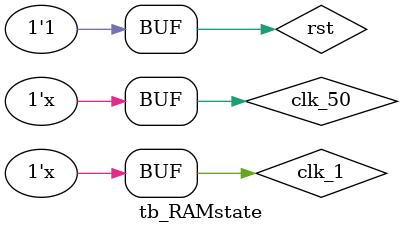
<source format=v>
`timescale 1ns/1ns 
module tb_RAMstate();

reg     clk_1       ; //1.024M   
reg     clk_50      ;
reg     rst         ;
initial  
    begin
        clk_1  <=  1'b1    ;
        clk_50  <=  1'b1    ;
        rst     <=  1'b0    ;
        
        #20     
        rst     <=  1'b1    ;
        
    
    end 

always#195  clk_1   <=  ~clk_1  ;
always#10  clk_50   <=  ~clk_50  ;


 RAMstate   RAMstate_inst
(
    .sys_clk     (clk_1 ) ,
    .sys_clk2    (clk_50) ,
    .sys_rst     (rst   ) 
    //.ADC_signal  ()        //ADC传入的无符号数据
    


);













endmodule 




</source>
